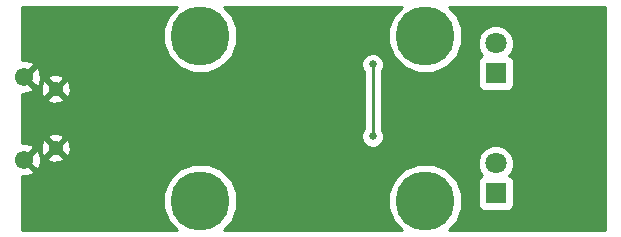
<source format=gbr>
G04 #@! TF.FileFunction,Copper,L2,Bot,Signal*
%FSLAX46Y46*%
G04 Gerber Fmt 4.6, Leading zero omitted, Abs format (unit mm)*
G04 Created by KiCad (PCBNEW 4.0.7) date 01/10/18 16:30:40*
%MOMM*%
%LPD*%
G01*
G04 APERTURE LIST*
%ADD10C,0.150000*%
%ADD11R,1.800000X1.800000*%
%ADD12C,1.800000*%
%ADD13C,1.550000*%
%ADD14C,1.250000*%
%ADD15C,5.000000*%
%ADD16C,1.016000*%
%ADD17C,0.660400*%
%ADD18C,0.254000*%
G04 APERTURE END LIST*
D10*
D11*
X76454000Y-52070000D03*
D12*
X76454000Y-49530000D03*
D11*
X76454000Y-41910000D03*
D12*
X76454000Y-39370000D03*
D13*
X36502000Y-42220000D03*
D14*
X39177000Y-48220000D03*
X39177000Y-43220000D03*
D13*
X36502000Y-49220000D03*
D15*
X51435000Y-38735000D03*
X51435000Y-52705000D03*
X70485000Y-38735000D03*
X70485000Y-52705000D03*
D16*
X61976000Y-45720000D03*
X56896000Y-51308000D03*
D17*
X63246000Y-39878000D03*
X66802000Y-38354000D03*
X72390000Y-41656000D03*
D16*
X73406000Y-50546000D03*
D17*
X66040000Y-41148000D03*
X66040000Y-47244000D03*
D18*
X66040000Y-47244000D02*
X66040000Y-41148000D01*
G36*
X48778826Y-36956847D02*
X48300546Y-38108674D01*
X48299457Y-39355854D01*
X48775727Y-40508515D01*
X49656847Y-41391174D01*
X50808674Y-41869454D01*
X52055854Y-41870543D01*
X53208515Y-41394273D01*
X53263736Y-41339148D01*
X65074633Y-41339148D01*
X65221266Y-41694027D01*
X65278000Y-41750860D01*
X65278000Y-46640862D01*
X65222221Y-46696544D01*
X65074968Y-47051168D01*
X65074633Y-47435148D01*
X65221266Y-47790027D01*
X65492544Y-48061779D01*
X65847168Y-48209032D01*
X66231148Y-48209367D01*
X66586027Y-48062734D01*
X66857779Y-47791456D01*
X67005032Y-47436832D01*
X67005367Y-47052852D01*
X66858734Y-46697973D01*
X66802000Y-46641140D01*
X66802000Y-41751138D01*
X66857779Y-41695456D01*
X67005032Y-41340832D01*
X67005367Y-40956852D01*
X66858734Y-40601973D01*
X66587456Y-40330221D01*
X66232832Y-40182968D01*
X65848852Y-40182633D01*
X65493973Y-40329266D01*
X65222221Y-40600544D01*
X65074968Y-40955168D01*
X65074633Y-41339148D01*
X53263736Y-41339148D01*
X54091174Y-40513153D01*
X54569454Y-39361326D01*
X54570543Y-38114146D01*
X54094273Y-36961485D01*
X53403994Y-36270000D01*
X68516873Y-36270000D01*
X67828826Y-36956847D01*
X67350546Y-38108674D01*
X67349457Y-39355854D01*
X67825727Y-40508515D01*
X68706847Y-41391174D01*
X69858674Y-41869454D01*
X71105854Y-41870543D01*
X72258515Y-41394273D01*
X72643459Y-41010000D01*
X74906560Y-41010000D01*
X74906560Y-42810000D01*
X74950838Y-43045317D01*
X75089910Y-43261441D01*
X75302110Y-43406431D01*
X75554000Y-43457440D01*
X77354000Y-43457440D01*
X77589317Y-43413162D01*
X77805441Y-43274090D01*
X77950431Y-43061890D01*
X78001440Y-42810000D01*
X78001440Y-41010000D01*
X77957162Y-40774683D01*
X77818090Y-40558559D01*
X77605890Y-40413569D01*
X77585466Y-40409433D01*
X77754551Y-40240643D01*
X77988733Y-39676670D01*
X77989265Y-39066009D01*
X77756068Y-38501629D01*
X77324643Y-38069449D01*
X76760670Y-37835267D01*
X76150009Y-37834735D01*
X75585629Y-38067932D01*
X75153449Y-38499357D01*
X74919267Y-39063330D01*
X74918735Y-39673991D01*
X75151932Y-40238371D01*
X75319880Y-40406613D01*
X75318683Y-40406838D01*
X75102559Y-40545910D01*
X74957569Y-40758110D01*
X74906560Y-41010000D01*
X72643459Y-41010000D01*
X73141174Y-40513153D01*
X73619454Y-39361326D01*
X73620543Y-38114146D01*
X73144273Y-36961485D01*
X72453994Y-36270000D01*
X85675400Y-36270000D01*
X85675400Y-55170000D01*
X72453127Y-55170000D01*
X73141174Y-54483153D01*
X73619454Y-53331326D01*
X73620543Y-52084146D01*
X73242826Y-51170000D01*
X74906560Y-51170000D01*
X74906560Y-52970000D01*
X74950838Y-53205317D01*
X75089910Y-53421441D01*
X75302110Y-53566431D01*
X75554000Y-53617440D01*
X77354000Y-53617440D01*
X77589317Y-53573162D01*
X77805441Y-53434090D01*
X77950431Y-53221890D01*
X78001440Y-52970000D01*
X78001440Y-51170000D01*
X77957162Y-50934683D01*
X77818090Y-50718559D01*
X77605890Y-50573569D01*
X77585466Y-50569433D01*
X77754551Y-50400643D01*
X77988733Y-49836670D01*
X77989265Y-49226009D01*
X77756068Y-48661629D01*
X77324643Y-48229449D01*
X76760670Y-47995267D01*
X76150009Y-47994735D01*
X75585629Y-48227932D01*
X75153449Y-48659357D01*
X74919267Y-49223330D01*
X74918735Y-49833991D01*
X75151932Y-50398371D01*
X75319880Y-50566613D01*
X75318683Y-50566838D01*
X75102559Y-50705910D01*
X74957569Y-50918110D01*
X74906560Y-51170000D01*
X73242826Y-51170000D01*
X73144273Y-50931485D01*
X72263153Y-50048826D01*
X71111326Y-49570546D01*
X69864146Y-49569457D01*
X68711485Y-50045727D01*
X67828826Y-50926847D01*
X67350546Y-52078674D01*
X67349457Y-53325854D01*
X67825727Y-54478515D01*
X68516006Y-55170000D01*
X53403127Y-55170000D01*
X54091174Y-54483153D01*
X54569454Y-53331326D01*
X54570543Y-52084146D01*
X54094273Y-50931485D01*
X53213153Y-50048826D01*
X52061326Y-49570546D01*
X50814146Y-49569457D01*
X49661485Y-50045727D01*
X48778826Y-50926847D01*
X48300546Y-52078674D01*
X48299457Y-53325854D01*
X48775727Y-54478515D01*
X49466006Y-55170000D01*
X36295400Y-55170000D01*
X36295400Y-50641877D01*
X36851451Y-50614506D01*
X37240965Y-50453163D01*
X37312028Y-50209633D01*
X36502000Y-49399605D01*
X36487858Y-49413748D01*
X36308253Y-49234143D01*
X36322395Y-49220000D01*
X36681605Y-49220000D01*
X37491633Y-50030028D01*
X37735163Y-49958965D01*
X37924084Y-49430803D01*
X37907844Y-49100878D01*
X38475727Y-49100878D01*
X38528325Y-49328890D01*
X39002056Y-49492717D01*
X39502420Y-49462785D01*
X39825675Y-49328890D01*
X39878273Y-49100878D01*
X39177000Y-48399605D01*
X38475727Y-49100878D01*
X37907844Y-49100878D01*
X37896506Y-48870549D01*
X37735163Y-48481035D01*
X37491633Y-48409972D01*
X36681605Y-49220000D01*
X36322395Y-49220000D01*
X36308253Y-49205858D01*
X36487858Y-49026253D01*
X36502000Y-49040395D01*
X37312028Y-48230367D01*
X37257954Y-48045056D01*
X37904283Y-48045056D01*
X37934215Y-48545420D01*
X38068110Y-48868675D01*
X38296122Y-48921273D01*
X38997395Y-48220000D01*
X39356605Y-48220000D01*
X40057878Y-48921273D01*
X40285890Y-48868675D01*
X40449717Y-48394944D01*
X40419785Y-47894580D01*
X40285890Y-47571325D01*
X40057878Y-47518727D01*
X39356605Y-48220000D01*
X38997395Y-48220000D01*
X38296122Y-47518727D01*
X38068110Y-47571325D01*
X37904283Y-48045056D01*
X37257954Y-48045056D01*
X37240965Y-47986837D01*
X36712803Y-47797916D01*
X36295400Y-47818462D01*
X36295400Y-47339122D01*
X38475727Y-47339122D01*
X39177000Y-48040395D01*
X39878273Y-47339122D01*
X39825675Y-47111110D01*
X39351944Y-46947283D01*
X38851580Y-46977215D01*
X38528325Y-47111110D01*
X38475727Y-47339122D01*
X36295400Y-47339122D01*
X36295400Y-44100878D01*
X38475727Y-44100878D01*
X38528325Y-44328890D01*
X39002056Y-44492717D01*
X39502420Y-44462785D01*
X39825675Y-44328890D01*
X39878273Y-44100878D01*
X39177000Y-43399605D01*
X38475727Y-44100878D01*
X36295400Y-44100878D01*
X36295400Y-43641877D01*
X36851451Y-43614506D01*
X37240965Y-43453163D01*
X37312028Y-43209633D01*
X37147451Y-43045056D01*
X37904283Y-43045056D01*
X37934215Y-43545420D01*
X38068110Y-43868675D01*
X38296122Y-43921273D01*
X38997395Y-43220000D01*
X39356605Y-43220000D01*
X40057878Y-43921273D01*
X40285890Y-43868675D01*
X40449717Y-43394944D01*
X40419785Y-42894580D01*
X40285890Y-42571325D01*
X40057878Y-42518727D01*
X39356605Y-43220000D01*
X38997395Y-43220000D01*
X38296122Y-42518727D01*
X38068110Y-42571325D01*
X37904283Y-43045056D01*
X37147451Y-43045056D01*
X36502000Y-42399605D01*
X36487858Y-42413748D01*
X36308253Y-42234143D01*
X36322395Y-42220000D01*
X36681605Y-42220000D01*
X37491633Y-43030028D01*
X37735163Y-42958965D01*
X37924084Y-42430803D01*
X37919572Y-42339122D01*
X38475727Y-42339122D01*
X39177000Y-43040395D01*
X39878273Y-42339122D01*
X39825675Y-42111110D01*
X39351944Y-41947283D01*
X38851580Y-41977215D01*
X38528325Y-42111110D01*
X38475727Y-42339122D01*
X37919572Y-42339122D01*
X37896506Y-41870549D01*
X37735163Y-41481035D01*
X37491633Y-41409972D01*
X36681605Y-42220000D01*
X36322395Y-42220000D01*
X36308253Y-42205858D01*
X36487858Y-42026253D01*
X36502000Y-42040395D01*
X37312028Y-41230367D01*
X37240965Y-40986837D01*
X36712803Y-40797916D01*
X36295400Y-40818462D01*
X36295400Y-36270000D01*
X49466873Y-36270000D01*
X48778826Y-36956847D01*
X48778826Y-36956847D01*
G37*
X48778826Y-36956847D02*
X48300546Y-38108674D01*
X48299457Y-39355854D01*
X48775727Y-40508515D01*
X49656847Y-41391174D01*
X50808674Y-41869454D01*
X52055854Y-41870543D01*
X53208515Y-41394273D01*
X53263736Y-41339148D01*
X65074633Y-41339148D01*
X65221266Y-41694027D01*
X65278000Y-41750860D01*
X65278000Y-46640862D01*
X65222221Y-46696544D01*
X65074968Y-47051168D01*
X65074633Y-47435148D01*
X65221266Y-47790027D01*
X65492544Y-48061779D01*
X65847168Y-48209032D01*
X66231148Y-48209367D01*
X66586027Y-48062734D01*
X66857779Y-47791456D01*
X67005032Y-47436832D01*
X67005367Y-47052852D01*
X66858734Y-46697973D01*
X66802000Y-46641140D01*
X66802000Y-41751138D01*
X66857779Y-41695456D01*
X67005032Y-41340832D01*
X67005367Y-40956852D01*
X66858734Y-40601973D01*
X66587456Y-40330221D01*
X66232832Y-40182968D01*
X65848852Y-40182633D01*
X65493973Y-40329266D01*
X65222221Y-40600544D01*
X65074968Y-40955168D01*
X65074633Y-41339148D01*
X53263736Y-41339148D01*
X54091174Y-40513153D01*
X54569454Y-39361326D01*
X54570543Y-38114146D01*
X54094273Y-36961485D01*
X53403994Y-36270000D01*
X68516873Y-36270000D01*
X67828826Y-36956847D01*
X67350546Y-38108674D01*
X67349457Y-39355854D01*
X67825727Y-40508515D01*
X68706847Y-41391174D01*
X69858674Y-41869454D01*
X71105854Y-41870543D01*
X72258515Y-41394273D01*
X72643459Y-41010000D01*
X74906560Y-41010000D01*
X74906560Y-42810000D01*
X74950838Y-43045317D01*
X75089910Y-43261441D01*
X75302110Y-43406431D01*
X75554000Y-43457440D01*
X77354000Y-43457440D01*
X77589317Y-43413162D01*
X77805441Y-43274090D01*
X77950431Y-43061890D01*
X78001440Y-42810000D01*
X78001440Y-41010000D01*
X77957162Y-40774683D01*
X77818090Y-40558559D01*
X77605890Y-40413569D01*
X77585466Y-40409433D01*
X77754551Y-40240643D01*
X77988733Y-39676670D01*
X77989265Y-39066009D01*
X77756068Y-38501629D01*
X77324643Y-38069449D01*
X76760670Y-37835267D01*
X76150009Y-37834735D01*
X75585629Y-38067932D01*
X75153449Y-38499357D01*
X74919267Y-39063330D01*
X74918735Y-39673991D01*
X75151932Y-40238371D01*
X75319880Y-40406613D01*
X75318683Y-40406838D01*
X75102559Y-40545910D01*
X74957569Y-40758110D01*
X74906560Y-41010000D01*
X72643459Y-41010000D01*
X73141174Y-40513153D01*
X73619454Y-39361326D01*
X73620543Y-38114146D01*
X73144273Y-36961485D01*
X72453994Y-36270000D01*
X85675400Y-36270000D01*
X85675400Y-55170000D01*
X72453127Y-55170000D01*
X73141174Y-54483153D01*
X73619454Y-53331326D01*
X73620543Y-52084146D01*
X73242826Y-51170000D01*
X74906560Y-51170000D01*
X74906560Y-52970000D01*
X74950838Y-53205317D01*
X75089910Y-53421441D01*
X75302110Y-53566431D01*
X75554000Y-53617440D01*
X77354000Y-53617440D01*
X77589317Y-53573162D01*
X77805441Y-53434090D01*
X77950431Y-53221890D01*
X78001440Y-52970000D01*
X78001440Y-51170000D01*
X77957162Y-50934683D01*
X77818090Y-50718559D01*
X77605890Y-50573569D01*
X77585466Y-50569433D01*
X77754551Y-50400643D01*
X77988733Y-49836670D01*
X77989265Y-49226009D01*
X77756068Y-48661629D01*
X77324643Y-48229449D01*
X76760670Y-47995267D01*
X76150009Y-47994735D01*
X75585629Y-48227932D01*
X75153449Y-48659357D01*
X74919267Y-49223330D01*
X74918735Y-49833991D01*
X75151932Y-50398371D01*
X75319880Y-50566613D01*
X75318683Y-50566838D01*
X75102559Y-50705910D01*
X74957569Y-50918110D01*
X74906560Y-51170000D01*
X73242826Y-51170000D01*
X73144273Y-50931485D01*
X72263153Y-50048826D01*
X71111326Y-49570546D01*
X69864146Y-49569457D01*
X68711485Y-50045727D01*
X67828826Y-50926847D01*
X67350546Y-52078674D01*
X67349457Y-53325854D01*
X67825727Y-54478515D01*
X68516006Y-55170000D01*
X53403127Y-55170000D01*
X54091174Y-54483153D01*
X54569454Y-53331326D01*
X54570543Y-52084146D01*
X54094273Y-50931485D01*
X53213153Y-50048826D01*
X52061326Y-49570546D01*
X50814146Y-49569457D01*
X49661485Y-50045727D01*
X48778826Y-50926847D01*
X48300546Y-52078674D01*
X48299457Y-53325854D01*
X48775727Y-54478515D01*
X49466006Y-55170000D01*
X36295400Y-55170000D01*
X36295400Y-50641877D01*
X36851451Y-50614506D01*
X37240965Y-50453163D01*
X37312028Y-50209633D01*
X36502000Y-49399605D01*
X36487858Y-49413748D01*
X36308253Y-49234143D01*
X36322395Y-49220000D01*
X36681605Y-49220000D01*
X37491633Y-50030028D01*
X37735163Y-49958965D01*
X37924084Y-49430803D01*
X37907844Y-49100878D01*
X38475727Y-49100878D01*
X38528325Y-49328890D01*
X39002056Y-49492717D01*
X39502420Y-49462785D01*
X39825675Y-49328890D01*
X39878273Y-49100878D01*
X39177000Y-48399605D01*
X38475727Y-49100878D01*
X37907844Y-49100878D01*
X37896506Y-48870549D01*
X37735163Y-48481035D01*
X37491633Y-48409972D01*
X36681605Y-49220000D01*
X36322395Y-49220000D01*
X36308253Y-49205858D01*
X36487858Y-49026253D01*
X36502000Y-49040395D01*
X37312028Y-48230367D01*
X37257954Y-48045056D01*
X37904283Y-48045056D01*
X37934215Y-48545420D01*
X38068110Y-48868675D01*
X38296122Y-48921273D01*
X38997395Y-48220000D01*
X39356605Y-48220000D01*
X40057878Y-48921273D01*
X40285890Y-48868675D01*
X40449717Y-48394944D01*
X40419785Y-47894580D01*
X40285890Y-47571325D01*
X40057878Y-47518727D01*
X39356605Y-48220000D01*
X38997395Y-48220000D01*
X38296122Y-47518727D01*
X38068110Y-47571325D01*
X37904283Y-48045056D01*
X37257954Y-48045056D01*
X37240965Y-47986837D01*
X36712803Y-47797916D01*
X36295400Y-47818462D01*
X36295400Y-47339122D01*
X38475727Y-47339122D01*
X39177000Y-48040395D01*
X39878273Y-47339122D01*
X39825675Y-47111110D01*
X39351944Y-46947283D01*
X38851580Y-46977215D01*
X38528325Y-47111110D01*
X38475727Y-47339122D01*
X36295400Y-47339122D01*
X36295400Y-44100878D01*
X38475727Y-44100878D01*
X38528325Y-44328890D01*
X39002056Y-44492717D01*
X39502420Y-44462785D01*
X39825675Y-44328890D01*
X39878273Y-44100878D01*
X39177000Y-43399605D01*
X38475727Y-44100878D01*
X36295400Y-44100878D01*
X36295400Y-43641877D01*
X36851451Y-43614506D01*
X37240965Y-43453163D01*
X37312028Y-43209633D01*
X37147451Y-43045056D01*
X37904283Y-43045056D01*
X37934215Y-43545420D01*
X38068110Y-43868675D01*
X38296122Y-43921273D01*
X38997395Y-43220000D01*
X39356605Y-43220000D01*
X40057878Y-43921273D01*
X40285890Y-43868675D01*
X40449717Y-43394944D01*
X40419785Y-42894580D01*
X40285890Y-42571325D01*
X40057878Y-42518727D01*
X39356605Y-43220000D01*
X38997395Y-43220000D01*
X38296122Y-42518727D01*
X38068110Y-42571325D01*
X37904283Y-43045056D01*
X37147451Y-43045056D01*
X36502000Y-42399605D01*
X36487858Y-42413748D01*
X36308253Y-42234143D01*
X36322395Y-42220000D01*
X36681605Y-42220000D01*
X37491633Y-43030028D01*
X37735163Y-42958965D01*
X37924084Y-42430803D01*
X37919572Y-42339122D01*
X38475727Y-42339122D01*
X39177000Y-43040395D01*
X39878273Y-42339122D01*
X39825675Y-42111110D01*
X39351944Y-41947283D01*
X38851580Y-41977215D01*
X38528325Y-42111110D01*
X38475727Y-42339122D01*
X37919572Y-42339122D01*
X37896506Y-41870549D01*
X37735163Y-41481035D01*
X37491633Y-41409972D01*
X36681605Y-42220000D01*
X36322395Y-42220000D01*
X36308253Y-42205858D01*
X36487858Y-42026253D01*
X36502000Y-42040395D01*
X37312028Y-41230367D01*
X37240965Y-40986837D01*
X36712803Y-40797916D01*
X36295400Y-40818462D01*
X36295400Y-36270000D01*
X49466873Y-36270000D01*
X48778826Y-36956847D01*
M02*

</source>
